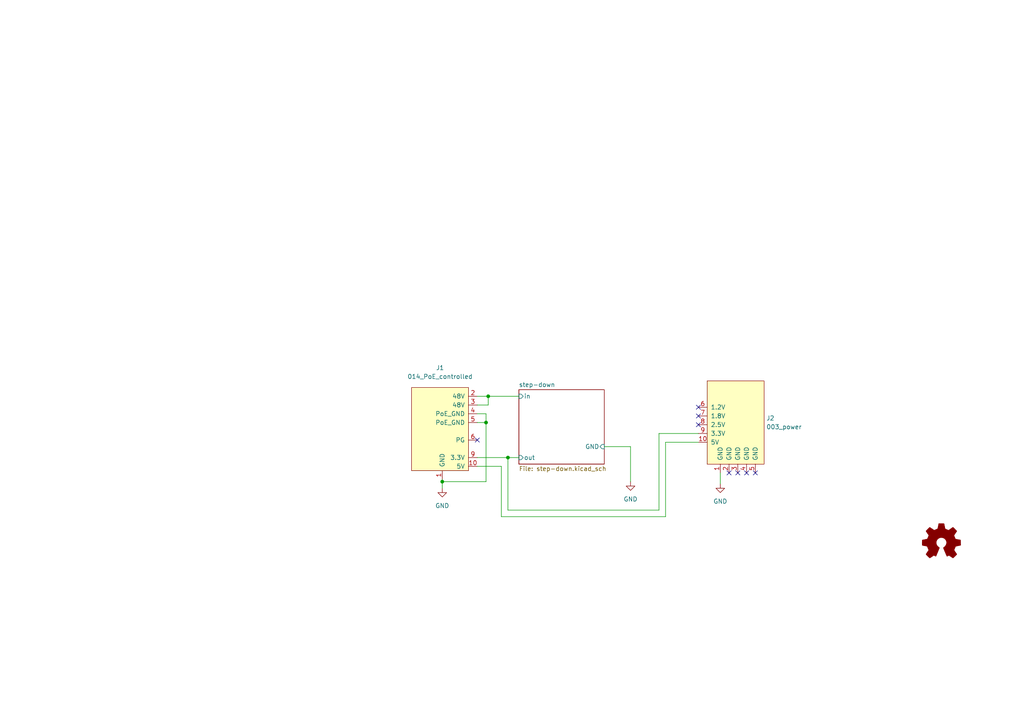
<source format=kicad_sch>
(kicad_sch (version 20211123) (generator eeschema)

  (uuid 57732dd3-1162-4c3f-88bd-31bf473d124d)

  (paper "A4")

  (lib_symbols
    (symbol "Graphic:Logo_Open_Hardware_Small" (pin_names (offset 1.016)) (in_bom yes) (on_board yes)
      (property "Reference" "#LOGO" (id 0) (at 0 6.985 0)
        (effects (font (size 1.27 1.27)) hide)
      )
      (property "Value" "Logo_Open_Hardware_Small" (id 1) (at 0 -5.715 0)
        (effects (font (size 1.27 1.27)) hide)
      )
      (property "Footprint" "" (id 2) (at 0 0 0)
        (effects (font (size 1.27 1.27)) hide)
      )
      (property "Datasheet" "~" (id 3) (at 0 0 0)
        (effects (font (size 1.27 1.27)) hide)
      )
      (property "ki_keywords" "Logo" (id 4) (at 0 0 0)
        (effects (font (size 1.27 1.27)) hide)
      )
      (property "ki_description" "Open Hardware logo, small" (id 5) (at 0 0 0)
        (effects (font (size 1.27 1.27)) hide)
      )
      (symbol "Logo_Open_Hardware_Small_0_1"
        (polyline
          (pts
            (xy 3.3528 -4.3434)
            (xy 3.302 -4.318)
            (xy 3.175 -4.2418)
            (xy 2.9972 -4.1148)
            (xy 2.7686 -3.9624)
            (xy 2.54 -3.81)
            (xy 2.3622 -3.7084)
            (xy 2.2352 -3.6068)
            (xy 2.1844 -3.5814)
            (xy 2.159 -3.6068)
            (xy 2.0574 -3.6576)
            (xy 1.905 -3.7338)
            (xy 1.8034 -3.7846)
            (xy 1.6764 -3.8354)
            (xy 1.6002 -3.8354)
            (xy 1.6002 -3.8354)
            (xy 1.5494 -3.7338)
            (xy 1.4732 -3.5306)
            (xy 1.3462 -3.302)
            (xy 1.2446 -3.0226)
            (xy 1.1176 -2.7178)
            (xy 0.9652 -2.413)
            (xy 0.8636 -2.1082)
            (xy 0.7366 -1.8288)
            (xy 0.6604 -1.6256)
            (xy 0.6096 -1.4732)
            (xy 0.5842 -1.397)
            (xy 0.5842 -1.397)
            (xy 0.6604 -1.3208)
            (xy 0.7874 -1.2446)
            (xy 1.0414 -1.016)
            (xy 1.2954 -0.6858)
            (xy 1.4478 -0.3302)
            (xy 1.524 0.0762)
            (xy 1.4732 0.4572)
            (xy 1.3208 0.8128)
            (xy 1.0668 1.143)
            (xy 0.762 1.3716)
            (xy 0.4064 1.524)
            (xy 0 1.5748)
            (xy -0.381 1.5494)
            (xy -0.7366 1.397)
            (xy -1.0668 1.143)
            (xy -1.2192 0.9906)
            (xy -1.397 0.6604)
            (xy -1.524 0.3048)
            (xy -1.524 0.2286)
            (xy -1.4986 -0.1778)
            (xy -1.397 -0.5334)
            (xy -1.1938 -0.8636)
            (xy -0.9144 -1.143)
            (xy -0.8636 -1.1684)
            (xy -0.7366 -1.27)
            (xy -0.635 -1.3462)
            (xy -0.5842 -1.397)
            (xy -1.0668 -2.5908)
            (xy -1.143 -2.794)
            (xy -1.2954 -3.1242)
            (xy -1.397 -3.4036)
            (xy -1.4986 -3.6322)
            (xy -1.5748 -3.7846)
            (xy -1.6002 -3.8354)
            (xy -1.6002 -3.8354)
            (xy -1.651 -3.8354)
            (xy -1.7272 -3.81)
            (xy -1.905 -3.7338)
            (xy -2.0066 -3.683)
            (xy -2.1336 -3.6068)
            (xy -2.2098 -3.5814)
            (xy -2.2606 -3.6068)
            (xy -2.3622 -3.683)
            (xy -2.54 -3.81)
            (xy -2.7686 -3.9624)
            (xy -2.9718 -4.0894)
            (xy -3.1496 -4.2164)
            (xy -3.302 -4.318)
            (xy -3.3528 -4.3434)
            (xy -3.3782 -4.3434)
            (xy -3.429 -4.318)
            (xy -3.5306 -4.2164)
            (xy -3.7084 -4.064)
            (xy -3.937 -3.8354)
            (xy -3.9624 -3.81)
            (xy -4.1656 -3.6068)
            (xy -4.318 -3.4544)
            (xy -4.4196 -3.3274)
            (xy -4.445 -3.2766)
            (xy -4.445 -3.2766)
            (xy -4.4196 -3.2258)
            (xy -4.318 -3.0734)
            (xy -4.2164 -2.8956)
            (xy -4.064 -2.667)
            (xy -3.6576 -2.0828)
            (xy -3.8862 -1.5494)
            (xy -3.937 -1.3716)
            (xy -4.0386 -1.1684)
            (xy -4.0894 -1.0414)
            (xy -4.1148 -0.9652)
            (xy -4.191 -0.9398)
            (xy -4.318 -0.9144)
            (xy -4.5466 -0.8636)
            (xy -4.8006 -0.8128)
            (xy -5.0546 -0.7874)
            (xy -5.2578 -0.7366)
            (xy -5.4356 -0.7112)
            (xy -5.5118 -0.6858)
            (xy -5.5118 -0.6858)
            (xy -5.5372 -0.635)
            (xy -5.5372 -0.5588)
            (xy -5.5372 -0.4318)
            (xy -5.5626 -0.2286)
            (xy -5.5626 0.0762)
            (xy -5.5626 0.127)
            (xy -5.5372 0.4064)
            (xy -5.5372 0.635)
            (xy -5.5372 0.762)
            (xy -5.5372 0.8382)
            (xy -5.5372 0.8382)
            (xy -5.461 0.8382)
            (xy -5.3086 0.889)
            (xy -5.08 0.9144)
            (xy -4.826 0.9652)
            (xy -4.8006 0.9906)
            (xy -4.5466 1.0414)
            (xy -4.318 1.0668)
            (xy -4.1656 1.1176)
            (xy -4.0894 1.143)
            (xy -4.0894 1.143)
            (xy -4.0386 1.2446)
            (xy -3.9624 1.4224)
            (xy -3.8608 1.6256)
            (xy -3.7846 1.8288)
            (xy -3.7084 2.0066)
            (xy -3.6576 2.159)
            (xy -3.6322 2.2098)
            (xy -3.6322 2.2098)
            (xy -3.683 2.286)
            (xy -3.7592 2.413)
            (xy -3.8862 2.5908)
            (xy -4.064 2.8194)
            (xy -4.064 2.8448)
            (xy -4.2164 3.0734)
            (xy -4.3434 3.2512)
            (xy -4.4196 3.3782)
            (xy -4.445 3.4544)
            (xy -4.445 3.4544)
            (xy -4.3942 3.5052)
            (xy -4.2926 3.6322)
            (xy -4.1148 3.81)
            (xy -3.937 4.0132)
            (xy -3.8608 4.064)
            (xy -3.6576 4.2926)
            (xy -3.5052 4.4196)
            (xy -3.4036 4.4958)
            (xy -3.3528 4.5212)
            (xy -3.3528 4.5212)
            (xy -3.302 4.4704)
            (xy -3.1496 4.3688)
            (xy -2.9718 4.2418)
            (xy -2.7432 4.0894)
            (xy -2.7178 4.0894)
            (xy -2.4892 3.937)
            (xy -2.3114 3.81)
            (xy -2.1844 3.7084)
            (xy -2.1336 3.683)
            (xy -2.1082 3.683)
            (xy -2.032 3.7084)
            (xy -1.8542 3.7592)
            (xy -1.6764 3.8354)
            (xy -1.4732 3.937)
            (xy -1.27 4.0132)
            (xy -1.143 4.064)
            (xy -1.0668 4.1148)
            (xy -1.0668 4.1148)
            (xy -1.0414 4.191)
            (xy -1.016 4.3434)
            (xy -0.9652 4.572)
            (xy -0.9144 4.8514)
            (xy -0.889 4.9022)
            (xy -0.8382 5.1562)
            (xy -0.8128 5.3848)
            (xy -0.7874 5.5372)
            (xy -0.762 5.588)
            (xy -0.7112 5.6134)
            (xy -0.5842 5.6134)
            (xy -0.4064 5.6134)
            (xy -0.1524 5.6134)
            (xy 0.0762 5.6134)
            (xy 0.3302 5.6134)
            (xy 0.5334 5.6134)
            (xy 0.6858 5.588)
            (xy 0.7366 5.588)
            (xy 0.7366 5.588)
            (xy 0.762 5.5118)
            (xy 0.8128 5.334)
            (xy 0.8382 5.1054)
            (xy 0.9144 4.826)
            (xy 0.9144 4.7752)
            (xy 0.9652 4.5212)
            (xy 1.016 4.2926)
            (xy 1.0414 4.1402)
            (xy 1.0668 4.0894)
            (xy 1.0668 4.0894)
            (xy 1.1938 4.0386)
            (xy 1.3716 3.9624)
            (xy 1.5748 3.8608)
            (xy 2.0828 3.6576)
            (xy 2.7178 4.0894)
            (xy 2.7686 4.1402)
            (xy 2.9972 4.2926)
            (xy 3.175 4.4196)
            (xy 3.302 4.4958)
            (xy 3.3782 4.5212)
            (xy 3.3782 4.5212)
            (xy 3.429 4.4704)
            (xy 3.556 4.3434)
            (xy 3.7338 4.191)
            (xy 3.9116 3.9878)
            (xy 4.064 3.8354)
            (xy 4.2418 3.6576)
            (xy 4.3434 3.556)
            (xy 4.4196 3.4798)
            (xy 4.4196 3.429)
            (xy 4.4196 3.4036)
            (xy 4.3942 3.3274)
            (xy 4.2926 3.2004)
            (xy 4.1656 2.9972)
            (xy 4.0132 2.794)
            (xy 3.8862 2.5908)
            (xy 3.7592 2.3876)
            (xy 3.6576 2.2352)
            (xy 3.6322 2.159)
            (xy 3.6322 2.1336)
            (xy 3.683 2.0066)
            (xy 3.7592 1.8288)
            (xy 3.8608 1.6002)
            (xy 4.064 1.1176)
            (xy 4.3942 1.0414)
            (xy 4.5974 1.016)
            (xy 4.8768 0.9652)
            (xy 5.1308 0.9144)
            (xy 5.5372 0.8382)
            (xy 5.5626 -0.6604)
            (xy 5.4864 -0.6858)
            (xy 5.4356 -0.6858)
            (xy 5.2832 -0.7366)
            (xy 5.0546 -0.762)
            (xy 4.8006 -0.8128)
            (xy 4.5974 -0.8636)
            (xy 4.3688 -0.9144)
            (xy 4.2164 -0.9398)
            (xy 4.1402 -0.9398)
            (xy 4.1148 -0.9652)
            (xy 4.064 -1.0668)
            (xy 3.9878 -1.2446)
            (xy 3.9116 -1.4478)
            (xy 3.81 -1.651)
            (xy 3.7338 -1.8542)
            (xy 3.683 -2.0066)
            (xy 3.6576 -2.0828)
            (xy 3.683 -2.1336)
            (xy 3.7846 -2.2606)
            (xy 3.8862 -2.4638)
            (xy 4.0386 -2.667)
            (xy 4.191 -2.8956)
            (xy 4.318 -3.0734)
            (xy 4.3942 -3.2004)
            (xy 4.445 -3.2766)
            (xy 4.4196 -3.3274)
            (xy 4.3434 -3.429)
            (xy 4.1656 -3.5814)
            (xy 3.937 -3.8354)
            (xy 3.8862 -3.8608)
            (xy 3.683 -4.064)
            (xy 3.5306 -4.2164)
            (xy 3.4036 -4.318)
            (xy 3.3528 -4.3434)
          )
          (stroke (width 0) (type default) (color 0 0 0 0))
          (fill (type outline))
        )
      )
    )
    (symbol "power:GND" (power) (pin_names (offset 0)) (in_bom yes) (on_board yes)
      (property "Reference" "#PWR" (id 0) (at 0 -6.35 0)
        (effects (font (size 1.27 1.27)) hide)
      )
      (property "Value" "GND" (id 1) (at 0 -3.81 0)
        (effects (font (size 1.27 1.27)))
      )
      (property "Footprint" "" (id 2) (at 0 0 0)
        (effects (font (size 1.27 1.27)) hide)
      )
      (property "Datasheet" "" (id 3) (at 0 0 0)
        (effects (font (size 1.27 1.27)) hide)
      )
      (property "ki_keywords" "power-flag" (id 4) (at 0 0 0)
        (effects (font (size 1.27 1.27)) hide)
      )
      (property "ki_description" "Power symbol creates a global label with name \"GND\" , ground" (id 5) (at 0 0 0)
        (effects (font (size 1.27 1.27)) hide)
      )
      (symbol "GND_0_1"
        (polyline
          (pts
            (xy 0 0)
            (xy 0 -1.27)
            (xy 1.27 -1.27)
            (xy 0 -2.54)
            (xy -1.27 -1.27)
            (xy 0 -1.27)
          )
          (stroke (width 0) (type default) (color 0 0 0 0))
          (fill (type none))
        )
      )
      (symbol "GND_1_1"
        (pin power_in line (at 0 0 270) (length 0) hide
          (name "GND" (effects (font (size 1.27 1.27))))
          (number "1" (effects (font (size 1.27 1.27))))
        )
      )
    )
    (symbol "put_on_edge:003_power" (pin_names (offset 1.016)) (in_bom yes) (on_board yes)
      (property "Reference" "J" (id 0) (at -2.54 13.97 0)
        (effects (font (size 1.27 1.27)))
      )
      (property "Value" "003_power" (id 1) (at 8.89 13.97 0)
        (effects (font (size 1.27 1.27)))
      )
      (property "Footprint" "" (id 2) (at 7.62 16.51 0)
        (effects (font (size 1.27 1.27)) hide)
      )
      (property "Datasheet" "" (id 3) (at 7.62 16.51 0)
        (effects (font (size 1.27 1.27)) hide)
      )
      (symbol "003_power_0_1"
        (rectangle (start -8.89 12.7) (end 7.62 -11.43)
          (stroke (width 0) (type default) (color 0 0 0 0))
          (fill (type background))
        )
      )
      (symbol "003_power_1_1"
        (pin power_in line (at -5.08 -13.97 90) (length 2.54)
          (name "GND" (effects (font (size 1.27 1.27))))
          (number "1" (effects (font (size 1.27 1.27))))
        )
        (pin power_out line (at -11.43 -5.08 0) (length 2.54)
          (name "5V" (effects (font (size 1.27 1.27))))
          (number "10" (effects (font (size 1.27 1.27))))
        )
        (pin power_in line (at -2.54 -13.97 90) (length 2.54)
          (name "GND" (effects (font (size 1.27 1.27))))
          (number "2" (effects (font (size 1.27 1.27))))
        )
        (pin power_in line (at 0 -13.97 90) (length 2.54)
          (name "GND" (effects (font (size 1.27 1.27))))
          (number "3" (effects (font (size 1.27 1.27))))
        )
        (pin power_in line (at 2.54 -13.97 90) (length 2.54)
          (name "GND" (effects (font (size 1.27 1.27))))
          (number "4" (effects (font (size 1.27 1.27))))
        )
        (pin power_in line (at 5.08 -13.97 90) (length 2.54)
          (name "GND" (effects (font (size 1.27 1.27))))
          (number "5" (effects (font (size 1.27 1.27))))
        )
        (pin power_out line (at -11.43 5.08 0) (length 2.54)
          (name "1.2V" (effects (font (size 1.27 1.27))))
          (number "6" (effects (font (size 1.27 1.27))))
        )
        (pin power_out line (at -11.43 2.54 0) (length 2.54)
          (name "1.8V" (effects (font (size 1.27 1.27))))
          (number "7" (effects (font (size 1.27 1.27))))
        )
        (pin power_out line (at -11.43 0 0) (length 2.54)
          (name "2.5V" (effects (font (size 1.27 1.27))))
          (number "8" (effects (font (size 1.27 1.27))))
        )
        (pin power_out line (at -11.43 -2.54 0) (length 2.54)
          (name "3.3V" (effects (font (size 1.27 1.27))))
          (number "9" (effects (font (size 1.27 1.27))))
        )
      )
    )
    (symbol "put_on_edge:014_PoE_controlled" (pin_names (offset 1.016)) (in_bom yes) (on_board yes)
      (property "Reference" "J" (id 0) (at -2.54 13.97 0)
        (effects (font (size 1.27 1.27)))
      )
      (property "Value" "014_PoE_controlled" (id 1) (at 8.89 13.97 0)
        (effects (font (size 1.27 1.27)))
      )
      (property "Footprint" "" (id 2) (at 7.62 16.51 0)
        (effects (font (size 1.27 1.27)) hide)
      )
      (property "Datasheet" "" (id 3) (at 7.62 16.51 0)
        (effects (font (size 1.27 1.27)) hide)
      )
      (symbol "014_PoE_controlled_0_1"
        (rectangle (start -8.89 12.7) (end 7.62 -11.43)
          (stroke (width 0) (type default) (color 0 0 0 0))
          (fill (type background))
        )
      )
      (symbol "014_PoE_controlled_1_1"
        (pin power_in line (at -1.27 -13.97 90) (length 2.54)
          (name "GND" (effects (font (size 1.27 1.27))))
          (number "1" (effects (font (size 1.27 1.27))))
        )
        (pin power_in line (at -11.43 -10.16 0) (length 2.54)
          (name "5V" (effects (font (size 1.27 1.27))))
          (number "10" (effects (font (size 1.27 1.27))))
        )
        (pin bidirectional line (at -11.43 10.16 0) (length 2.54)
          (name "48V" (effects (font (size 1.27 1.27))))
          (number "2" (effects (font (size 1.27 1.27))))
        )
        (pin bidirectional line (at -11.43 7.62 0) (length 2.54)
          (name "48V" (effects (font (size 1.27 1.27))))
          (number "3" (effects (font (size 1.27 1.27))))
        )
        (pin power_in line (at -11.43 5.08 0) (length 2.54)
          (name "PoE_GND" (effects (font (size 1.27 1.27))))
          (number "4" (effects (font (size 1.27 1.27))))
        )
        (pin power_in line (at -11.43 2.54 0) (length 2.54)
          (name "PoE_GND" (effects (font (size 1.27 1.27))))
          (number "5" (effects (font (size 1.27 1.27))))
        )
        (pin power_in line (at -11.43 -2.54 0) (length 2.54)
          (name "PG" (effects (font (size 1.27 1.27))))
          (number "6" (effects (font (size 1.27 1.27))))
        )
        (pin power_in line (at -11.43 -7.62 0) (length 2.54)
          (name "3.3V" (effects (font (size 1.27 1.27))))
          (number "9" (effects (font (size 1.27 1.27))))
        )
      )
    )
  )

  (junction (at 147.32 132.715) (diameter 0) (color 0 0 0 0)
    (uuid 442cc200-ebd6-4473-9e4e-e50259a54346)
  )
  (junction (at 128.27 139.7) (diameter 0) (color 0 0 0 0)
    (uuid 52e67768-0ae6-490a-8a13-5fcb38051879)
  )
  (junction (at 140.97 122.555) (diameter 0) (color 0 0 0 0)
    (uuid badb0a1d-6432-45ba-9090-6e4f7a834eb3)
  )
  (junction (at 141.605 114.935) (diameter 0) (color 0 0 0 0)
    (uuid d7f4411f-2ab4-4d36-8325-dbe5546a670b)
  )

  (no_connect (at 138.43 127.635) (uuid 6d65d8f3-bb23-409b-8d8c-aa13d2c0e651))
  (no_connect (at 202.565 118.11) (uuid cb4a87d7-f79a-4605-8111-29eb33dfaaf0))
  (no_connect (at 202.565 120.65) (uuid cb4a87d7-f79a-4605-8111-29eb33dfaaf0))
  (no_connect (at 213.995 137.16) (uuid cb4a87d7-f79a-4605-8111-29eb33dfaaf0))
  (no_connect (at 216.535 137.16) (uuid cb4a87d7-f79a-4605-8111-29eb33dfaaf0))
  (no_connect (at 219.075 137.16) (uuid cb4a87d7-f79a-4605-8111-29eb33dfaaf0))
  (no_connect (at 202.565 123.19) (uuid cb4a87d7-f79a-4605-8111-29eb33dfaaf0))
  (no_connect (at 211.455 137.16) (uuid cb4a87d7-f79a-4605-8111-29eb33dfaaf0))

  (wire (pts (xy 128.27 139.065) (xy 128.27 139.7))
    (stroke (width 0) (type default) (color 0 0 0 0))
    (uuid 3db8a4e0-924b-4d48-9143-c76efdb5bb2f)
  )
  (wire (pts (xy 147.32 132.715) (xy 147.32 147.955))
    (stroke (width 0) (type default) (color 0 0 0 0))
    (uuid 50392aeb-8bca-41f0-ba05-de8084257d75)
  )
  (wire (pts (xy 191.135 125.73) (xy 202.565 125.73))
    (stroke (width 0) (type default) (color 0 0 0 0))
    (uuid 5756060c-6e8d-4a1f-87b1-7554d55ad2ed)
  )
  (wire (pts (xy 147.32 132.715) (xy 150.495 132.715))
    (stroke (width 0) (type default) (color 0 0 0 0))
    (uuid 590a8518-813b-4e61-8d48-e9ac4a2750f0)
  )
  (wire (pts (xy 182.88 129.54) (xy 182.88 139.7))
    (stroke (width 0) (type default) (color 0 0 0 0))
    (uuid 5a1fc14d-1d6f-444c-82b2-77ce3f0eeb3f)
  )
  (wire (pts (xy 140.97 139.7) (xy 128.27 139.7))
    (stroke (width 0) (type default) (color 0 0 0 0))
    (uuid 62331307-a4ef-41b1-95a4-57e152babe1c)
  )
  (wire (pts (xy 140.97 122.555) (xy 140.97 139.7))
    (stroke (width 0) (type default) (color 0 0 0 0))
    (uuid 69cf92fe-d915-42df-8252-3e13d11c84c9)
  )
  (wire (pts (xy 141.605 117.475) (xy 141.605 114.935))
    (stroke (width 0) (type default) (color 0 0 0 0))
    (uuid 6fa4855e-533e-40d1-b3e3-1af6143318ea)
  )
  (wire (pts (xy 147.32 147.955) (xy 191.135 147.955))
    (stroke (width 0) (type default) (color 0 0 0 0))
    (uuid 851bc449-a522-4533-8975-188367915684)
  )
  (wire (pts (xy 138.43 120.015) (xy 140.97 120.015))
    (stroke (width 0) (type default) (color 0 0 0 0))
    (uuid 902de5f7-f186-4b5a-8e4c-164082846c9c)
  )
  (wire (pts (xy 208.915 137.16) (xy 208.915 140.335))
    (stroke (width 0) (type default) (color 0 0 0 0))
    (uuid 95b1deb6-31be-48f3-848e-2f900d35461a)
  )
  (wire (pts (xy 191.135 147.955) (xy 191.135 125.73))
    (stroke (width 0) (type default) (color 0 0 0 0))
    (uuid aab543e7-000b-40e9-898d-5ab28ed1caa1)
  )
  (wire (pts (xy 138.43 122.555) (xy 140.97 122.555))
    (stroke (width 0) (type default) (color 0 0 0 0))
    (uuid b3608d11-9c10-437c-9bb5-3cc6907982ef)
  )
  (wire (pts (xy 175.26 129.54) (xy 182.88 129.54))
    (stroke (width 0) (type default) (color 0 0 0 0))
    (uuid b5f50e6e-6728-4454-96f5-44e0bc388ce5)
  )
  (wire (pts (xy 138.43 117.475) (xy 141.605 117.475))
    (stroke (width 0) (type default) (color 0 0 0 0))
    (uuid b8738abe-2b73-4b7f-91d4-ed0d69ce1d3f)
  )
  (wire (pts (xy 138.43 135.255) (xy 145.415 135.255))
    (stroke (width 0) (type default) (color 0 0 0 0))
    (uuid bcde951d-c09f-49d0-82ff-9cada6b4f8e0)
  )
  (wire (pts (xy 138.43 132.715) (xy 147.32 132.715))
    (stroke (width 0) (type default) (color 0 0 0 0))
    (uuid bdeb3e50-4ceb-4aa8-ab2f-e1991de29047)
  )
  (wire (pts (xy 193.04 128.27) (xy 202.565 128.27))
    (stroke (width 0) (type default) (color 0 0 0 0))
    (uuid ca5f3832-9e66-4f29-851a-18be172f9ee5)
  )
  (wire (pts (xy 145.415 149.86) (xy 193.04 149.86))
    (stroke (width 0) (type default) (color 0 0 0 0))
    (uuid d21c92f3-c6b4-4d79-972b-264a98a355af)
  )
  (wire (pts (xy 193.04 149.86) (xy 193.04 128.27))
    (stroke (width 0) (type default) (color 0 0 0 0))
    (uuid d31d02b0-d382-4c09-a798-da63bb59a015)
  )
  (wire (pts (xy 141.605 114.935) (xy 150.495 114.935))
    (stroke (width 0) (type default) (color 0 0 0 0))
    (uuid dfbbdf08-f7f8-4898-ae80-eac73be7397f)
  )
  (wire (pts (xy 128.27 139.7) (xy 128.27 141.605))
    (stroke (width 0) (type default) (color 0 0 0 0))
    (uuid f05b0280-ecd5-48f5-bc5b-71a56060e151)
  )
  (wire (pts (xy 138.43 114.935) (xy 141.605 114.935))
    (stroke (width 0) (type default) (color 0 0 0 0))
    (uuid f236b7ad-8c3b-474f-832c-8e8fa293fa3d)
  )
  (wire (pts (xy 145.415 135.255) (xy 145.415 149.86))
    (stroke (width 0) (type default) (color 0 0 0 0))
    (uuid f89578d7-3cf7-4ca1-884a-6afe65ddd3da)
  )
  (wire (pts (xy 140.97 120.015) (xy 140.97 122.555))
    (stroke (width 0) (type default) (color 0 0 0 0))
    (uuid fa97a55e-e7bf-4e23-a013-044702515aa6)
  )

  (symbol (lib_id "power:GND") (at 128.27 141.605 0) (unit 1)
    (in_bom yes) (on_board yes) (fields_autoplaced)
    (uuid 1741878c-ae6d-4894-8eed-aeebc7972afb)
    (property "Reference" "#PWR0102" (id 0) (at 128.27 147.955 0)
      (effects (font (size 1.27 1.27)) hide)
    )
    (property "Value" "GND" (id 1) (at 128.27 146.685 0))
    (property "Footprint" "" (id 2) (at 128.27 141.605 0)
      (effects (font (size 1.27 1.27)) hide)
    )
    (property "Datasheet" "" (id 3) (at 128.27 141.605 0)
      (effects (font (size 1.27 1.27)) hide)
    )
    (pin "1" (uuid 720308ee-0683-4966-a592-142c98f34532))
  )

  (symbol (lib_id "power:GND") (at 208.915 140.335 0) (unit 1)
    (in_bom yes) (on_board yes) (fields_autoplaced)
    (uuid 1bfb5303-92e1-4cde-a41b-8e0cf6871f2d)
    (property "Reference" "#PWR0103" (id 0) (at 208.915 146.685 0)
      (effects (font (size 1.27 1.27)) hide)
    )
    (property "Value" "GND" (id 1) (at 208.915 145.415 0))
    (property "Footprint" "" (id 2) (at 208.915 140.335 0)
      (effects (font (size 1.27 1.27)) hide)
    )
    (property "Datasheet" "" (id 3) (at 208.915 140.335 0)
      (effects (font (size 1.27 1.27)) hide)
    )
    (pin "1" (uuid 375c8962-0017-455a-bc63-291657e8ada8))
  )

  (symbol (lib_id "put_on_edge:014_PoE_controlled") (at 127 125.095 0) (mirror y) (unit 1)
    (in_bom yes) (on_board yes) (fields_autoplaced)
    (uuid 339845e8-0f12-4a18-b497-d934079ea2df)
    (property "Reference" "J1" (id 0) (at 127.635 106.68 0))
    (property "Value" "014_PoE_controlled" (id 1) (at 127.635 109.22 0))
    (property "Footprint" "on_edge:on_edge_2x05_device" (id 2) (at 119.38 108.585 0)
      (effects (font (size 1.27 1.27)) hide)
    )
    (property "Datasheet" "" (id 3) (at 119.38 108.585 0)
      (effects (font (size 1.27 1.27)) hide)
    )
    (pin "1" (uuid 1112a0cf-8122-4402-9700-2e97b996e611))
    (pin "10" (uuid aa4be107-b37b-4b22-9716-a4d1305ed4e7))
    (pin "2" (uuid 31a465f0-88c2-449f-a149-a7b02feba69a))
    (pin "3" (uuid 38413df3-781a-4689-888b-be2db084bec1))
    (pin "4" (uuid 4193c9d1-5433-4d28-acfb-027572a3bd0b))
    (pin "5" (uuid bea3574a-de3c-4d66-89ae-bc86ed971c65))
    (pin "6" (uuid 8802deac-2f27-420c-80cf-0bb36ae2be6a))
    (pin "9" (uuid d587ec4c-cccf-4cc6-851a-6b5e94a5778e))
  )

  (symbol (lib_id "power:GND") (at 182.88 139.7 0) (unit 1)
    (in_bom yes) (on_board yes) (fields_autoplaced)
    (uuid 971afa99-5d33-4a72-a8e1-edd3c45138ed)
    (property "Reference" "#PWR0101" (id 0) (at 182.88 146.05 0)
      (effects (font (size 1.27 1.27)) hide)
    )
    (property "Value" "GND" (id 1) (at 182.88 144.78 0))
    (property "Footprint" "" (id 2) (at 182.88 139.7 0)
      (effects (font (size 1.27 1.27)) hide)
    )
    (property "Datasheet" "" (id 3) (at 182.88 139.7 0)
      (effects (font (size 1.27 1.27)) hide)
    )
    (pin "1" (uuid 0e12e353-ffd6-4e27-8957-653e209f57b0))
  )

  (symbol (lib_id "put_on_edge:003_power") (at 213.995 123.19 0) (unit 1)
    (in_bom yes) (on_board yes) (fields_autoplaced)
    (uuid b3cca728-214f-4177-ad55-5df967dd75a8)
    (property "Reference" "J2" (id 0) (at 222.25 121.2849 0)
      (effects (font (size 1.27 1.27)) (justify left))
    )
    (property "Value" "003_power" (id 1) (at 222.25 123.8249 0)
      (effects (font (size 1.27 1.27)) (justify left))
    )
    (property "Footprint" "on_edge:on_edge_2x05_host" (id 2) (at 221.615 106.68 0)
      (effects (font (size 1.27 1.27)) hide)
    )
    (property "Datasheet" "" (id 3) (at 221.615 106.68 0)
      (effects (font (size 1.27 1.27)) hide)
    )
    (pin "1" (uuid e826397e-98ae-418c-a20c-aee388e33c5d))
    (pin "10" (uuid e23acd04-a97e-4393-8fad-ed4ed36ba704))
    (pin "2" (uuid 7f5661dd-b66a-49d4-acfd-6725aa4bea54))
    (pin "3" (uuid 9e5af127-9da4-458e-a9ef-f97d9353910d))
    (pin "4" (uuid 06e64447-54b5-47ea-b35a-c726fc4ed005))
    (pin "5" (uuid a02cb5a1-9e23-410f-aa89-f47e84efbc5d))
    (pin "6" (uuid 4bf13a79-9736-4620-96ed-4d5951c72086))
    (pin "7" (uuid 9dac1fdc-3158-4f12-a115-c4d43811f052))
    (pin "8" (uuid 9b7fecfd-be2d-4cd4-b982-1903a0d342f4))
    (pin "9" (uuid 5072e469-75ce-4742-83c9-6ee74c90de42))
  )

  (symbol (lib_id "Graphic:Logo_Open_Hardware_Small") (at 273.05 157.48 0) (unit 1)
    (in_bom yes) (on_board yes) (fields_autoplaced)
    (uuid b72b6f4a-7489-40f2-bb90-d75ae01aa368)
    (property "Reference" "LOGO1" (id 0) (at 273.05 150.495 0)
      (effects (font (size 1.27 1.27)) hide)
    )
    (property "Value" "Logo_Open_Hardware_Small" (id 1) (at 273.05 163.195 0)
      (effects (font (size 1.27 1.27)) hide)
    )
    (property "Footprint" "Symbol:OSHW-Symbol_6.7x6mm_SilkScreen" (id 2) (at 273.05 157.48 0)
      (effects (font (size 1.27 1.27)) hide)
    )
    (property "Datasheet" "~" (id 3) (at 273.05 157.48 0)
      (effects (font (size 1.27 1.27)) hide)
    )
  )

  (sheet (at 150.495 113.03) (size 24.765 21.59) (fields_autoplaced)
    (stroke (width 0.1524) (type solid) (color 0 0 0 0))
    (fill (color 0 0 0 0.0000))
    (uuid 767ce4c6-0e55-4543-92f0-34cb8237a544)
    (property "Sheet name" "step-down" (id 0) (at 150.495 112.3184 0)
      (effects (font (size 1.27 1.27)) (justify left bottom))
    )
    (property "Sheet file" "step-down.kicad_sch" (id 1) (at 150.495 135.2046 0)
      (effects (font (size 1.27 1.27)) (justify left top))
    )
    (pin "GND" input (at 175.26 129.54 0)
      (effects (font (size 1.27 1.27)) (justify right))
      (uuid 466cf29f-04d2-4303-aa26-8ec28548d2f2)
    )
    (pin "out" input (at 150.495 132.715 180)
      (effects (font (size 1.27 1.27)) (justify left))
      (uuid 78003482-280e-45a2-a026-fc9c8c7a102e)
    )
    (pin "in" input (at 150.495 114.935 180)
      (effects (font (size 1.27 1.27)) (justify left))
      (uuid f83f1ac5-17ed-4094-985a-000bbf5a27e5)
    )
  )

  (sheet_instances
    (path "/" (page "1"))
    (path "/767ce4c6-0e55-4543-92f0-34cb8237a544" (page "2"))
  )

  (symbol_instances
    (path "/971afa99-5d33-4a72-a8e1-edd3c45138ed"
      (reference "#PWR0101") (unit 1) (value "GND") (footprint "")
    )
    (path "/1741878c-ae6d-4894-8eed-aeebc7972afb"
      (reference "#PWR0102") (unit 1) (value "GND") (footprint "")
    )
    (path "/1bfb5303-92e1-4cde-a41b-8e0cf6871f2d"
      (reference "#PWR0103") (unit 1) (value "GND") (footprint "")
    )
    (path "/767ce4c6-0e55-4543-92f0-34cb8237a544/fcba8f0c-4039-4a4b-a99e-aa52efbdedfc"
      (reference "C1") (unit 1) (value "100nF") (footprint "Capacitor_SMD:C_0603_1608Metric")
    )
    (path "/767ce4c6-0e55-4543-92f0-34cb8237a544/54d4b327-dfbf-4c00-84b3-a065329f907e"
      (reference "C2") (unit 1) (value "100nF") (footprint "Capacitor_SMD:C_0603_1608Metric")
    )
    (path "/767ce4c6-0e55-4543-92f0-34cb8237a544/0a798562-a46c-42ed-ad41-bf51a7643004"
      (reference "C3") (unit 1) (value "22uF") (footprint "Capacitor_SMD:CP_Elec_8x10")
    )
    (path "/767ce4c6-0e55-4543-92f0-34cb8237a544/3bf304b5-97aa-4145-93a7-3de056fa73a4"
      (reference "C4") (unit 1) (value "22uF") (footprint "Capacitor_SMD:CP_Elec_8x10")
    )
    (path "/767ce4c6-0e55-4543-92f0-34cb8237a544/510062cf-eaba-445b-b82d-8ddac97e1947"
      (reference "C5") (unit 1) (value "100nF") (footprint "Capacitor_SMD:C_0603_1608Metric")
    )
    (path "/767ce4c6-0e55-4543-92f0-34cb8237a544/afc14a8b-c485-45bd-9286-08f85e913371"
      (reference "C6") (unit 1) (value "6.8nF") (footprint "Capacitor_SMD:C_0603_1608Metric")
    )
    (path "/767ce4c6-0e55-4543-92f0-34cb8237a544/eac9d348-76bc-4197-946e-3d3e01ecdd36"
      (reference "C7") (unit 1) (value "100uF") (footprint "Capacitor_SMD:C_1210_3225Metric")
    )
    (path "/767ce4c6-0e55-4543-92f0-34cb8237a544/c15072c5-fe60-4d2a-90aa-c832f3ca4642"
      (reference "D1") (unit 1) (value "NRVTSA4100ET3G") (footprint "Diode_SMD:D_SMA")
    )
    (path "/339845e8-0f12-4a18-b497-d934079ea2df"
      (reference "J1") (unit 1) (value "014_PoE_controlled") (footprint "on_edge:on_edge_2x05_device")
    )
    (path "/b3cca728-214f-4177-ad55-5df967dd75a8"
      (reference "J2") (unit 1) (value "003_power") (footprint "on_edge:on_edge_2x05_host")
    )
    (path "/767ce4c6-0e55-4543-92f0-34cb8237a544/dc2580bb-05e9-440a-b100-9c67a04b8049"
      (reference "L1") (unit 1) (value "33uH") (footprint "Inductor_SMD:L_Bourns_SRR1210A")
    )
    (path "/b72b6f4a-7489-40f2-bb90-d75ae01aa368"
      (reference "LOGO1") (unit 1) (value "Logo_Open_Hardware_Small") (footprint "Symbol:OSHW-Symbol_6.7x6mm_SilkScreen")
    )
    (path "/767ce4c6-0e55-4543-92f0-34cb8237a544/4e76ab4c-b9c6-4a44-b034-38b1a209863c"
      (reference "R1") (unit 1) (value "510k") (footprint "Resistor_SMD:R_0603_1608Metric")
    )
    (path "/767ce4c6-0e55-4543-92f0-34cb8237a544/0a0f2149-7a1d-4f0b-bd62-aa0db92c68b3"
      (reference "R2") (unit 1) (value "100k") (footprint "Resistor_SMD:R_0603_1608Metric")
    )
    (path "/767ce4c6-0e55-4543-92f0-34cb8237a544/b9414fc6-1e5d-4b64-b54e-056a35fd4e99"
      (reference "R3") (unit 1) (value "47k") (footprint "Resistor_SMD:R_0603_1608Metric")
    )
    (path "/767ce4c6-0e55-4543-92f0-34cb8237a544/21d5a3d0-3193-4432-9405-32f538f5a383"
      (reference "R4") (unit 1) (value "10k") (footprint "Resistor_SMD:R_0603_1608Metric")
    )
    (path "/767ce4c6-0e55-4543-92f0-34cb8237a544/f1823443-5ccd-4b1c-8f48-136e784b4634"
      (reference "R5") (unit 1) (value "2.3k") (footprint "Resistor_SMD:R_0603_1608Metric")
    )
    (path "/767ce4c6-0e55-4543-92f0-34cb8237a544/48049611-e641-40c3-9030-fabc94c66202"
      (reference "R6") (unit 1) (value "1k") (footprint "Resistor_SMD:R_0603_1608Metric")
    )
    (path "/767ce4c6-0e55-4543-92f0-34cb8237a544/8325e1fe-7af1-4ca5-a68f-ae6b972f2d39"
      (reference "U1") (unit 1) (value "BD9G341AEFJ-E2") (footprint "Package_SO:SOIC-8-1EP_3.9x4.9mm_P1.27mm_EP2.29x3mm_ThermalVias")
    )
  )
)

</source>
